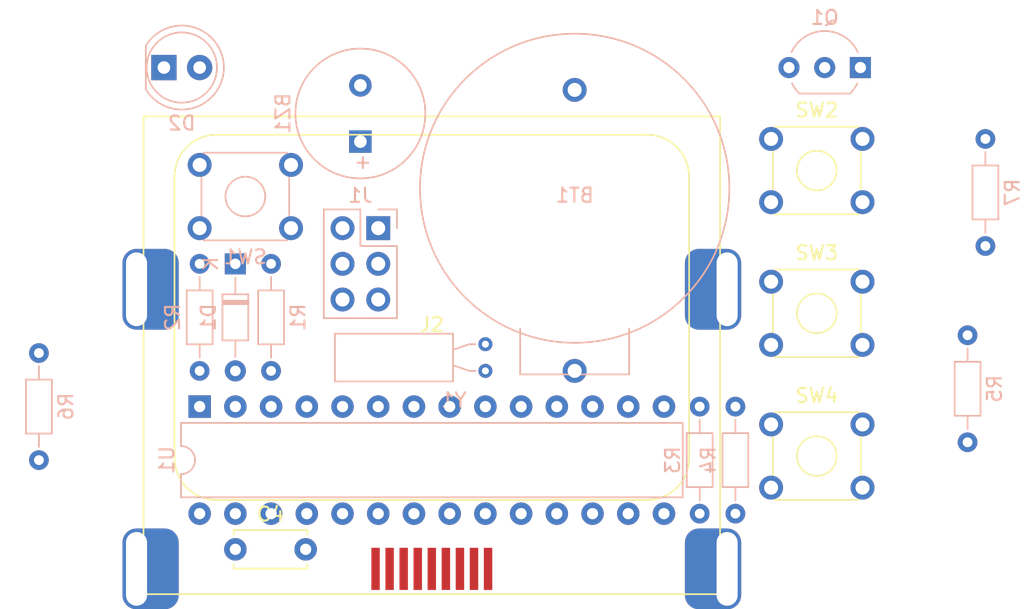
<source format=kicad_pcb>
(kicad_pcb (version 20171130) (host pcbnew "(5.1.10)-1")

  (general
    (thickness 1.6)
    (drawings 0)
    (tracks 0)
    (zones 0)
    (modules 21)
    (nets 48)
  )

  (page A4)
  (layers
    (0 F.Cu signal)
    (31 B.Cu signal)
    (32 B.Adhes user)
    (33 F.Adhes user)
    (34 B.Paste user)
    (35 F.Paste user)
    (36 B.SilkS user)
    (37 F.SilkS user)
    (38 B.Mask user)
    (39 F.Mask user)
    (40 Dwgs.User user)
    (41 Cmts.User user)
    (42 Eco1.User user)
    (43 Eco2.User user)
    (44 Edge.Cuts user)
    (45 Margin user)
    (46 B.CrtYd user)
    (47 F.CrtYd user)
    (48 B.Fab user)
    (49 F.Fab user)
  )

  (setup
    (last_trace_width 0.25)
    (trace_clearance 0.2)
    (zone_clearance 0.508)
    (zone_45_only no)
    (trace_min 0.2)
    (via_size 0.8)
    (via_drill 0.4)
    (via_min_size 0.4)
    (via_min_drill 0.3)
    (uvia_size 0.3)
    (uvia_drill 0.1)
    (uvias_allowed no)
    (uvia_min_size 0.2)
    (uvia_min_drill 0.1)
    (edge_width 0.05)
    (segment_width 0.2)
    (pcb_text_width 0.3)
    (pcb_text_size 1.5 1.5)
    (mod_edge_width 0.12)
    (mod_text_size 1 1)
    (mod_text_width 0.15)
    (pad_size 1.524 1.524)
    (pad_drill 0.762)
    (pad_to_mask_clearance 0)
    (aux_axis_origin 0 0)
    (visible_elements 7FFFFFFF)
    (pcbplotparams
      (layerselection 0x010fc_ffffffff)
      (usegerberextensions false)
      (usegerberattributes true)
      (usegerberadvancedattributes true)
      (creategerberjobfile true)
      (excludeedgelayer true)
      (linewidth 0.100000)
      (plotframeref false)
      (viasonmask false)
      (mode 1)
      (useauxorigin false)
      (hpglpennumber 1)
      (hpglpenspeed 20)
      (hpglpendiameter 15.000000)
      (psnegative false)
      (psa4output false)
      (plotreference true)
      (plotvalue true)
      (plotinvisibletext false)
      (padsonsilk false)
      (subtractmaskfromsilk false)
      (outputformat 1)
      (mirror false)
      (drillshape 1)
      (scaleselection 1)
      (outputdirectory ""))
  )

  (net 0 "")
  (net 1 "Net-(U1-Pad28)")
  (net 2 "Net-(U1-Pad27)")
  (net 3 "Net-(U1-Pad26)")
  (net 4 "Net-(U1-Pad25)")
  (net 5 "Net-(U1-Pad24)")
  (net 6 "Net-(U1-Pad23)")
  (net 7 "Net-(U1-Pad21)")
  (net 8 "Net-(U1-Pad16)")
  (net 9 "Net-(U1-Pad15)")
  (net 10 "Net-(U1-Pad14)")
  (net 11 "Net-(U1-Pad13)")
  (net 12 "Net-(U1-Pad12)")
  (net 13 "Net-(U1-Pad11)")
  (net 14 "Net-(U1-Pad4)")
  (net 15 "Net-(U1-Pad2)")
  (net 16 "Net-(J1-Pad3)")
  (net 17 "Net-(J1-Pad2)")
  (net 18 "Net-(J1-Pad4)")
  (net 19 "Net-(U1-Pad5)")
  (net 20 "Net-(Q1-Pad1)")
  (net 21 "Net-(Q1-Pad3)")
  (net 22 "Net-(Q1-Pad2)")
  (net 23 "Net-(D2-Pad2)")
  (net 24 "Net-(D2-Pad1)")
  (net 25 GND)
  (net 26 RESET)
  (net 27 MISO)
  (net 28 VCC)
  (net 29 LCDRESET)
  (net 30 "Net-(C4-Pad1)")
  (net 31 LCDCLK)
  (net 32 LCDMOSI)
  (net 33 LCDDATACOMMAND)
  (net 34 "Net-(R2-Pad1)")
  (net 35 "Net-(SW2-Pad1)")
  (net 36 "Net-(SW2-Pad2)")
  (net 37 XTAL2)
  (net 38 XTAL1)
  (net 39 "Net-(SW3-Pad1)")
  (net 40 "Net-(SW3-Pad2)")
  (net 41 "Net-(SW4-Pad1)")
  (net 42 "Net-(SW4-Pad2)")
  (net 43 "Net-(BZ1-Pad2)")
  (net 44 "Net-(BZ1-Pad1)")
  (net 45 "Net-(R7-Pad2)")
  (net 46 SCK)
  (net 47 MOSI)

  (net_class Default "This is the default net class."
    (clearance 0.2)
    (trace_width 0.25)
    (via_dia 0.8)
    (via_drill 0.4)
    (uvia_dia 0.3)
    (uvia_drill 0.1)
    (add_net GND)
    (add_net LCDCLK)
    (add_net LCDDATACOMMAND)
    (add_net LCDMOSI)
    (add_net LCDRESET)
    (add_net MISO)
    (add_net MOSI)
    (add_net "Net-(BZ1-Pad1)")
    (add_net "Net-(BZ1-Pad2)")
    (add_net "Net-(C4-Pad1)")
    (add_net "Net-(D2-Pad1)")
    (add_net "Net-(D2-Pad2)")
    (add_net "Net-(J1-Pad2)")
    (add_net "Net-(J1-Pad3)")
    (add_net "Net-(J1-Pad4)")
    (add_net "Net-(Q1-Pad1)")
    (add_net "Net-(Q1-Pad2)")
    (add_net "Net-(Q1-Pad3)")
    (add_net "Net-(R2-Pad1)")
    (add_net "Net-(R7-Pad2)")
    (add_net "Net-(SW2-Pad1)")
    (add_net "Net-(SW2-Pad2)")
    (add_net "Net-(SW3-Pad1)")
    (add_net "Net-(SW3-Pad2)")
    (add_net "Net-(SW4-Pad1)")
    (add_net "Net-(SW4-Pad2)")
    (add_net "Net-(U1-Pad11)")
    (add_net "Net-(U1-Pad12)")
    (add_net "Net-(U1-Pad13)")
    (add_net "Net-(U1-Pad14)")
    (add_net "Net-(U1-Pad15)")
    (add_net "Net-(U1-Pad16)")
    (add_net "Net-(U1-Pad2)")
    (add_net "Net-(U1-Pad21)")
    (add_net "Net-(U1-Pad23)")
    (add_net "Net-(U1-Pad24)")
    (add_net "Net-(U1-Pad25)")
    (add_net "Net-(U1-Pad26)")
    (add_net "Net-(U1-Pad27)")
    (add_net "Net-(U1-Pad28)")
    (add_net "Net-(U1-Pad4)")
    (add_net "Net-(U1-Pad5)")
    (add_net RESET)
    (add_net SCK)
    (add_net VCC)
    (add_net XTAL1)
    (add_net XTAL2)
  )

  (module Crystal:Crystal_C38-LF_D3.0mm_L8.0mm_Horizontal (layer B.Cu) (tedit 5A0FD1B2) (tstamp 61D0454A)
    (at 71.12 81.28 90)
    (descr "Crystal THT C38-LF 8.0mm length 3.0mm diameter")
    (tags ['C38-LF'])
    (path /61D17974)
    (fp_text reference Y1 (at -2.07 -2.25 180) (layer B.SilkS)
      (effects (font (size 1 1) (thickness 0.15)) (justify mirror))
    )
    (fp_text value 32.768kHz (at 3.97 -2.25 180) (layer B.Fab)
      (effects (font (size 1 1) (thickness 0.15)) (justify mirror))
    )
    (fp_text user %R (at 1.25 -6.5 180) (layer B.Fab)
      (effects (font (size 0.7 0.7) (thickness 0.105)) (justify mirror))
    )
    (fp_line (start -0.55 -2.5) (end -0.55 -10.5) (layer B.Fab) (width 0.1))
    (fp_line (start -0.55 -10.5) (end 2.45 -10.5) (layer B.Fab) (width 0.1))
    (fp_line (start 2.45 -10.5) (end 2.45 -2.5) (layer B.Fab) (width 0.1))
    (fp_line (start 2.45 -2.5) (end -0.55 -2.5) (layer B.Fab) (width 0.1))
    (fp_line (start 0.405 -2.5) (end 0 -1.25) (layer B.Fab) (width 0.1))
    (fp_line (start 0 -1.25) (end 0 0) (layer B.Fab) (width 0.1))
    (fp_line (start 1.495 -2.5) (end 1.9 -1.25) (layer B.Fab) (width 0.1))
    (fp_line (start 1.9 -1.25) (end 1.9 0) (layer B.Fab) (width 0.1))
    (fp_line (start -0.75 -2.3) (end -0.75 -10.7) (layer B.SilkS) (width 0.12))
    (fp_line (start -0.75 -10.7) (end 2.65 -10.7) (layer B.SilkS) (width 0.12))
    (fp_line (start 2.65 -10.7) (end 2.65 -2.3) (layer B.SilkS) (width 0.12))
    (fp_line (start 2.65 -2.3) (end -0.75 -2.3) (layer B.SilkS) (width 0.12))
    (fp_line (start 0.405 -2.3) (end 0 -1.15) (layer B.SilkS) (width 0.12))
    (fp_line (start 0 -1.15) (end 0 -0.7) (layer B.SilkS) (width 0.12))
    (fp_line (start 1.495 -2.3) (end 1.9 -1.15) (layer B.SilkS) (width 0.12))
    (fp_line (start 1.9 -1.15) (end 1.9 -0.7) (layer B.SilkS) (width 0.12))
    (fp_line (start -1.3 0.8) (end -1.3 -11.3) (layer B.CrtYd) (width 0.05))
    (fp_line (start -1.3 -11.3) (end 3.2 -11.3) (layer B.CrtYd) (width 0.05))
    (fp_line (start 3.2 -11.3) (end 3.2 0.8) (layer B.CrtYd) (width 0.05))
    (fp_line (start 3.2 0.8) (end -1.3 0.8) (layer B.CrtYd) (width 0.05))
    (pad 2 thru_hole circle (at 1.9 0 90) (size 1 1) (drill 0.5) (layers *.Cu *.Mask)
      (net 37 XTAL2))
    (pad 1 thru_hole circle (at 0 0 90) (size 1 1) (drill 0.5) (layers *.Cu *.Mask)
      (net 38 XTAL1))
    (model ${KISYS3DMOD}/Crystal.3dshapes/Crystal_C38-LF_D3.0mm_L8.0mm_Horizontal.wrl
      (at (xyz 0 0 0))
      (scale (xyz 1 1 1))
      (rotate (xyz 0 0 0))
    )
  )

  (module Package_DIP:DIP-28_W7.62mm (layer B.Cu) (tedit 5A02E8C5) (tstamp 61D0452F)
    (at 50.8 83.82 270)
    (descr "28-lead though-hole mounted DIP package, row spacing 7.62 mm (300 mils)")
    (tags "THT DIP DIL PDIP 2.54mm 7.62mm 300mil")
    (path /61C9CE3A)
    (fp_text reference U1 (at 3.81 2.33 90) (layer B.SilkS)
      (effects (font (size 1 1) (thickness 0.15)) (justify mirror))
    )
    (fp_text value ATmega328P-PU (at 3.81 -35.35 90) (layer B.Fab)
      (effects (font (size 1 1) (thickness 0.15)) (justify mirror))
    )
    (fp_text user %R (at 3.81 -16.51 90) (layer B.Fab)
      (effects (font (size 1 1) (thickness 0.15)) (justify mirror))
    )
    (fp_arc (start 3.81 1.33) (end 2.81 1.33) (angle 180) (layer B.SilkS) (width 0.12))
    (fp_line (start 1.635 1.27) (end 6.985 1.27) (layer B.Fab) (width 0.1))
    (fp_line (start 6.985 1.27) (end 6.985 -34.29) (layer B.Fab) (width 0.1))
    (fp_line (start 6.985 -34.29) (end 0.635 -34.29) (layer B.Fab) (width 0.1))
    (fp_line (start 0.635 -34.29) (end 0.635 0.27) (layer B.Fab) (width 0.1))
    (fp_line (start 0.635 0.27) (end 1.635 1.27) (layer B.Fab) (width 0.1))
    (fp_line (start 2.81 1.33) (end 1.16 1.33) (layer B.SilkS) (width 0.12))
    (fp_line (start 1.16 1.33) (end 1.16 -34.35) (layer B.SilkS) (width 0.12))
    (fp_line (start 1.16 -34.35) (end 6.46 -34.35) (layer B.SilkS) (width 0.12))
    (fp_line (start 6.46 -34.35) (end 6.46 1.33) (layer B.SilkS) (width 0.12))
    (fp_line (start 6.46 1.33) (end 4.81 1.33) (layer B.SilkS) (width 0.12))
    (fp_line (start -1.1 1.55) (end -1.1 -34.55) (layer B.CrtYd) (width 0.05))
    (fp_line (start -1.1 -34.55) (end 8.7 -34.55) (layer B.CrtYd) (width 0.05))
    (fp_line (start 8.7 -34.55) (end 8.7 1.55) (layer B.CrtYd) (width 0.05))
    (fp_line (start 8.7 1.55) (end -1.1 1.55) (layer B.CrtYd) (width 0.05))
    (pad 28 thru_hole oval (at 7.62 0 270) (size 1.6 1.6) (drill 0.8) (layers *.Cu *.Mask)
      (net 1 "Net-(U1-Pad28)"))
    (pad 14 thru_hole oval (at 0 -33.02 270) (size 1.6 1.6) (drill 0.8) (layers *.Cu *.Mask)
      (net 10 "Net-(U1-Pad14)"))
    (pad 27 thru_hole oval (at 7.62 -2.54 270) (size 1.6 1.6) (drill 0.8) (layers *.Cu *.Mask)
      (net 2 "Net-(U1-Pad27)"))
    (pad 13 thru_hole oval (at 0 -30.48 270) (size 1.6 1.6) (drill 0.8) (layers *.Cu *.Mask)
      (net 11 "Net-(U1-Pad13)"))
    (pad 26 thru_hole oval (at 7.62 -5.08 270) (size 1.6 1.6) (drill 0.8) (layers *.Cu *.Mask)
      (net 3 "Net-(U1-Pad26)"))
    (pad 12 thru_hole oval (at 0 -27.94 270) (size 1.6 1.6) (drill 0.8) (layers *.Cu *.Mask)
      (net 12 "Net-(U1-Pad12)"))
    (pad 25 thru_hole oval (at 7.62 -7.62 270) (size 1.6 1.6) (drill 0.8) (layers *.Cu *.Mask)
      (net 4 "Net-(U1-Pad25)"))
    (pad 11 thru_hole oval (at 0 -25.4 270) (size 1.6 1.6) (drill 0.8) (layers *.Cu *.Mask)
      (net 13 "Net-(U1-Pad11)"))
    (pad 24 thru_hole oval (at 7.62 -10.16 270) (size 1.6 1.6) (drill 0.8) (layers *.Cu *.Mask)
      (net 5 "Net-(U1-Pad24)"))
    (pad 10 thru_hole oval (at 0 -22.86 270) (size 1.6 1.6) (drill 0.8) (layers *.Cu *.Mask)
      (net 37 XTAL2))
    (pad 23 thru_hole oval (at 7.62 -12.7 270) (size 1.6 1.6) (drill 0.8) (layers *.Cu *.Mask)
      (net 6 "Net-(U1-Pad23)"))
    (pad 9 thru_hole oval (at 0 -20.32 270) (size 1.6 1.6) (drill 0.8) (layers *.Cu *.Mask)
      (net 38 XTAL1))
    (pad 22 thru_hole oval (at 7.62 -15.24 270) (size 1.6 1.6) (drill 0.8) (layers *.Cu *.Mask)
      (net 25 GND))
    (pad 8 thru_hole oval (at 0 -17.78 270) (size 1.6 1.6) (drill 0.8) (layers *.Cu *.Mask)
      (net 25 GND))
    (pad 21 thru_hole oval (at 7.62 -17.78 270) (size 1.6 1.6) (drill 0.8) (layers *.Cu *.Mask)
      (net 7 "Net-(U1-Pad21)"))
    (pad 7 thru_hole oval (at 0 -15.24 270) (size 1.6 1.6) (drill 0.8) (layers *.Cu *.Mask)
      (net 28 VCC))
    (pad 20 thru_hole oval (at 7.62 -20.32 270) (size 1.6 1.6) (drill 0.8) (layers *.Cu *.Mask)
      (net 28 VCC))
    (pad 6 thru_hole oval (at 0 -12.7 270) (size 1.6 1.6) (drill 0.8) (layers *.Cu *.Mask)
      (net 31 LCDCLK))
    (pad 19 thru_hole oval (at 7.62 -22.86 270) (size 1.6 1.6) (drill 0.8) (layers *.Cu *.Mask)
      (net 46 SCK))
    (pad 5 thru_hole oval (at 0 -10.16 270) (size 1.6 1.6) (drill 0.8) (layers *.Cu *.Mask)
      (net 19 "Net-(U1-Pad5)"))
    (pad 18 thru_hole oval (at 7.62 -25.4 270) (size 1.6 1.6) (drill 0.8) (layers *.Cu *.Mask)
      (net 27 MISO))
    (pad 4 thru_hole oval (at 0 -7.62 270) (size 1.6 1.6) (drill 0.8) (layers *.Cu *.Mask)
      (net 14 "Net-(U1-Pad4)"))
    (pad 17 thru_hole oval (at 7.62 -27.94 270) (size 1.6 1.6) (drill 0.8) (layers *.Cu *.Mask)
      (net 47 MOSI))
    (pad 3 thru_hole oval (at 0 -5.08 270) (size 1.6 1.6) (drill 0.8) (layers *.Cu *.Mask)
      (net 32 LCDMOSI))
    (pad 16 thru_hole oval (at 7.62 -30.48 270) (size 1.6 1.6) (drill 0.8) (layers *.Cu *.Mask)
      (net 8 "Net-(U1-Pad16)"))
    (pad 2 thru_hole oval (at 0 -2.54 270) (size 1.6 1.6) (drill 0.8) (layers *.Cu *.Mask)
      (net 15 "Net-(U1-Pad2)"))
    (pad 15 thru_hole oval (at 7.62 -33.02 270) (size 1.6 1.6) (drill 0.8) (layers *.Cu *.Mask)
      (net 9 "Net-(U1-Pad15)"))
    (pad 1 thru_hole rect (at 0 0 270) (size 1.6 1.6) (drill 0.8) (layers *.Cu *.Mask)
      (net 26 RESET))
    (model ${KISYS3DMOD}/Package_DIP.3dshapes/DIP-28_W7.62mm.wrl
      (at (xyz 0 0 0))
      (scale (xyz 1 1 1))
      (rotate (xyz 0 0 0))
    )
  )

  (module Button_Switch_THT:SW_TH_Tactile_Omron_B3F-10xx (layer F.Cu) (tedit 5D84F0EF) (tstamp 61D044FF)
    (at 91.44 85.09)
    (descr SW_TH_Tactile_Omron_B3F-10xx_https://www.omron.com/ecb/products/pdf/en-b3f.pdf)
    (tags "Omron B3F-10xx")
    (path /61D38A0A)
    (fp_text reference SW4 (at 3.25 -2.05) (layer F.SilkS)
      (effects (font (size 1 1) (thickness 0.15)))
    )
    (fp_text value C (at 3.2 6.5) (layer F.Fab)
      (effects (font (size 1 1) (thickness 0.15)))
    )
    (fp_text user %R (at 3.25 2.25) (layer F.Fab)
      (effects (font (size 1 1) (thickness 0.15)))
    )
    (fp_line (start 0.25 -0.75) (end 0.25 5.25) (layer F.Fab) (width 0.1))
    (fp_line (start 6.25 -0.75) (end 6.25 5.25) (layer F.Fab) (width 0.1))
    (fp_line (start 0.25 -0.75) (end 6.25 -0.75) (layer F.Fab) (width 0.1))
    (fp_line (start 7.6 5.6) (end 7.6 -1.1) (layer F.CrtYd) (width 0.05))
    (fp_line (start -1.1 5.6) (end 7.6 5.6) (layer F.CrtYd) (width 0.05))
    (fp_line (start -1.1 -1.1) (end -1.1 5.6) (layer F.CrtYd) (width 0.05))
    (fp_circle (center 3.25 2.25) (end 4.25 3.25) (layer F.SilkS) (width 0.12))
    (fp_line (start 0.28 5.37) (end 6.22 5.37) (layer F.SilkS) (width 0.12))
    (fp_line (start 0.28 -0.87) (end 6.22 -0.87) (layer F.SilkS) (width 0.12))
    (fp_line (start 0.13 3.59) (end 0.13 0.91) (layer F.SilkS) (width 0.12))
    (fp_line (start 6.37 0.91) (end 6.37 3.59) (layer F.SilkS) (width 0.12))
    (fp_line (start 0.25 5.25) (end 6.25 5.25) (layer F.Fab) (width 0.1))
    (fp_line (start -1.1 -1.1) (end 7.6 -1.1) (layer F.CrtYd) (width 0.05))
    (pad 1 thru_hole circle (at 0 0) (size 1.7 1.7) (drill 1) (layers *.Cu *.Mask)
      (net 41 "Net-(SW4-Pad1)"))
    (pad 2 thru_hole circle (at 6.5 0) (size 1.7 1.7) (drill 1) (layers *.Cu *.Mask)
      (net 42 "Net-(SW4-Pad2)"))
    (pad 3 thru_hole circle (at 0 4.5) (size 1.7 1.7) (drill 1) (layers *.Cu *.Mask))
    (pad 4 thru_hole circle (at 6.5 4.5) (size 1.7 1.7) (drill 1) (layers *.Cu *.Mask))
    (model ${KISYS3DMOD}/Button_Switch_THT.3dshapes/SW_TH_Tactile_Omron_B3F-10xx.wrl
      (at (xyz 0 0 0))
      (scale (xyz 1 1 1))
      (rotate (xyz 0 0 0))
    )
  )

  (module Button_Switch_THT:SW_TH_Tactile_Omron_B3F-10xx (layer F.Cu) (tedit 5D84F0EF) (tstamp 61D044E9)
    (at 91.44 74.93)
    (descr SW_TH_Tactile_Omron_B3F-10xx_https://www.omron.com/ecb/products/pdf/en-b3f.pdf)
    (tags "Omron B3F-10xx")
    (path /61D385F8)
    (fp_text reference SW3 (at 3.25 -2.05) (layer F.SilkS)
      (effects (font (size 1 1) (thickness 0.15)))
    )
    (fp_text value B (at 3.2 6.5) (layer F.Fab)
      (effects (font (size 1 1) (thickness 0.15)))
    )
    (fp_text user %R (at 3.25 2.25) (layer F.Fab)
      (effects (font (size 1 1) (thickness 0.15)))
    )
    (fp_line (start 0.25 -0.75) (end 0.25 5.25) (layer F.Fab) (width 0.1))
    (fp_line (start 6.25 -0.75) (end 6.25 5.25) (layer F.Fab) (width 0.1))
    (fp_line (start 0.25 -0.75) (end 6.25 -0.75) (layer F.Fab) (width 0.1))
    (fp_line (start 7.6 5.6) (end 7.6 -1.1) (layer F.CrtYd) (width 0.05))
    (fp_line (start -1.1 5.6) (end 7.6 5.6) (layer F.CrtYd) (width 0.05))
    (fp_line (start -1.1 -1.1) (end -1.1 5.6) (layer F.CrtYd) (width 0.05))
    (fp_circle (center 3.25 2.25) (end 4.25 3.25) (layer F.SilkS) (width 0.12))
    (fp_line (start 0.28 5.37) (end 6.22 5.37) (layer F.SilkS) (width 0.12))
    (fp_line (start 0.28 -0.87) (end 6.22 -0.87) (layer F.SilkS) (width 0.12))
    (fp_line (start 0.13 3.59) (end 0.13 0.91) (layer F.SilkS) (width 0.12))
    (fp_line (start 6.37 0.91) (end 6.37 3.59) (layer F.SilkS) (width 0.12))
    (fp_line (start 0.25 5.25) (end 6.25 5.25) (layer F.Fab) (width 0.1))
    (fp_line (start -1.1 -1.1) (end 7.6 -1.1) (layer F.CrtYd) (width 0.05))
    (pad 1 thru_hole circle (at 0 0) (size 1.7 1.7) (drill 1) (layers *.Cu *.Mask)
      (net 39 "Net-(SW3-Pad1)"))
    (pad 2 thru_hole circle (at 6.5 0) (size 1.7 1.7) (drill 1) (layers *.Cu *.Mask)
      (net 40 "Net-(SW3-Pad2)"))
    (pad 3 thru_hole circle (at 0 4.5) (size 1.7 1.7) (drill 1) (layers *.Cu *.Mask))
    (pad 4 thru_hole circle (at 6.5 4.5) (size 1.7 1.7) (drill 1) (layers *.Cu *.Mask))
    (model ${KISYS3DMOD}/Button_Switch_THT.3dshapes/SW_TH_Tactile_Omron_B3F-10xx.wrl
      (at (xyz 0 0 0))
      (scale (xyz 1 1 1))
      (rotate (xyz 0 0 0))
    )
  )

  (module Button_Switch_THT:SW_TH_Tactile_Omron_B3F-10xx (layer F.Cu) (tedit 5D84F0EF) (tstamp 61D044D3)
    (at 91.44 64.77)
    (descr SW_TH_Tactile_Omron_B3F-10xx_https://www.omron.com/ecb/products/pdf/en-b3f.pdf)
    (tags "Omron B3F-10xx")
    (path /61CFD685)
    (fp_text reference SW2 (at 3.25 -2.05) (layer F.SilkS)
      (effects (font (size 1 1) (thickness 0.15)))
    )
    (fp_text value A (at 3.2 6.5) (layer F.Fab)
      (effects (font (size 1 1) (thickness 0.15)))
    )
    (fp_text user %R (at 3.25 2.25) (layer F.Fab)
      (effects (font (size 1 1) (thickness 0.15)))
    )
    (fp_line (start 0.25 -0.75) (end 0.25 5.25) (layer F.Fab) (width 0.1))
    (fp_line (start 6.25 -0.75) (end 6.25 5.25) (layer F.Fab) (width 0.1))
    (fp_line (start 0.25 -0.75) (end 6.25 -0.75) (layer F.Fab) (width 0.1))
    (fp_line (start 7.6 5.6) (end 7.6 -1.1) (layer F.CrtYd) (width 0.05))
    (fp_line (start -1.1 5.6) (end 7.6 5.6) (layer F.CrtYd) (width 0.05))
    (fp_line (start -1.1 -1.1) (end -1.1 5.6) (layer F.CrtYd) (width 0.05))
    (fp_circle (center 3.25 2.25) (end 4.25 3.25) (layer F.SilkS) (width 0.12))
    (fp_line (start 0.28 5.37) (end 6.22 5.37) (layer F.SilkS) (width 0.12))
    (fp_line (start 0.28 -0.87) (end 6.22 -0.87) (layer F.SilkS) (width 0.12))
    (fp_line (start 0.13 3.59) (end 0.13 0.91) (layer F.SilkS) (width 0.12))
    (fp_line (start 6.37 0.91) (end 6.37 3.59) (layer F.SilkS) (width 0.12))
    (fp_line (start 0.25 5.25) (end 6.25 5.25) (layer F.Fab) (width 0.1))
    (fp_line (start -1.1 -1.1) (end 7.6 -1.1) (layer F.CrtYd) (width 0.05))
    (pad 1 thru_hole circle (at 0 0) (size 1.7 1.7) (drill 1) (layers *.Cu *.Mask)
      (net 35 "Net-(SW2-Pad1)"))
    (pad 2 thru_hole circle (at 6.5 0) (size 1.7 1.7) (drill 1) (layers *.Cu *.Mask)
      (net 36 "Net-(SW2-Pad2)"))
    (pad 3 thru_hole circle (at 0 4.5) (size 1.7 1.7) (drill 1) (layers *.Cu *.Mask))
    (pad 4 thru_hole circle (at 6.5 4.5) (size 1.7 1.7) (drill 1) (layers *.Cu *.Mask))
    (model ${KISYS3DMOD}/Button_Switch_THT.3dshapes/SW_TH_Tactile_Omron_B3F-10xx.wrl
      (at (xyz 0 0 0))
      (scale (xyz 1 1 1))
      (rotate (xyz 0 0 0))
    )
  )

  (module Button_Switch_THT:SW_TH_Tactile_Omron_B3F-10xx (layer B.Cu) (tedit 5D84F0EF) (tstamp 61D044BD)
    (at 50.8 71.12)
    (descr SW_TH_Tactile_Omron_B3F-10xx_https://www.omron.com/ecb/products/pdf/en-b3f.pdf)
    (tags "Omron B3F-10xx")
    (path /61D00CAA)
    (fp_text reference SW1 (at 3.25 2.05 180) (layer B.SilkS)
      (effects (font (size 1 1) (thickness 0.15)) (justify mirror))
    )
    (fp_text value RESET (at 3.2 -6.5 180) (layer B.Fab)
      (effects (font (size 1 1) (thickness 0.15)) (justify mirror))
    )
    (fp_text user %R (at 3.25 -2.25 180) (layer B.Fab)
      (effects (font (size 1 1) (thickness 0.15)) (justify mirror))
    )
    (fp_line (start 0.25 0.75) (end 0.25 -5.25) (layer B.Fab) (width 0.1))
    (fp_line (start 6.25 0.75) (end 6.25 -5.25) (layer B.Fab) (width 0.1))
    (fp_line (start 0.25 0.75) (end 6.25 0.75) (layer B.Fab) (width 0.1))
    (fp_line (start 7.6 -5.6) (end 7.6 1.1) (layer B.CrtYd) (width 0.05))
    (fp_line (start -1.1 -5.6) (end 7.6 -5.6) (layer B.CrtYd) (width 0.05))
    (fp_line (start -1.1 1.1) (end -1.1 -5.6) (layer B.CrtYd) (width 0.05))
    (fp_circle (center 3.25 -2.25) (end 4.25 -3.25) (layer B.SilkS) (width 0.12))
    (fp_line (start 0.28 -5.37) (end 6.22 -5.37) (layer B.SilkS) (width 0.12))
    (fp_line (start 0.28 0.87) (end 6.22 0.87) (layer B.SilkS) (width 0.12))
    (fp_line (start 0.13 -3.59) (end 0.13 -0.91) (layer B.SilkS) (width 0.12))
    (fp_line (start 6.37 -0.91) (end 6.37 -3.59) (layer B.SilkS) (width 0.12))
    (fp_line (start 0.25 -5.25) (end 6.25 -5.25) (layer B.Fab) (width 0.1))
    (fp_line (start -1.1 1.1) (end 7.6 1.1) (layer B.CrtYd) (width 0.05))
    (pad 1 thru_hole circle (at 0 0) (size 1.7 1.7) (drill 1) (layers *.Cu *.Mask)
      (net 34 "Net-(R2-Pad1)"))
    (pad 2 thru_hole circle (at 6.5 0) (size 1.7 1.7) (drill 1) (layers *.Cu *.Mask)
      (net 25 GND))
    (pad 3 thru_hole circle (at 0 -4.5) (size 1.7 1.7) (drill 1) (layers *.Cu *.Mask))
    (pad 4 thru_hole circle (at 6.5 -4.5) (size 1.7 1.7) (drill 1) (layers *.Cu *.Mask))
    (model ${KISYS3DMOD}/Button_Switch_THT.3dshapes/SW_TH_Tactile_Omron_B3F-10xx.wrl
      (at (xyz 0 0 0))
      (scale (xyz 1 1 1))
      (rotate (xyz 0 0 0))
    )
  )

  (module Resistor_THT:R_Axial_DIN0204_L3.6mm_D1.6mm_P7.62mm_Horizontal (layer B.Cu) (tedit 5AE5139B) (tstamp 61D044A7)
    (at 106.68 72.39 90)
    (descr "Resistor, Axial_DIN0204 series, Axial, Horizontal, pin pitch=7.62mm, 0.167W, length*diameter=3.6*1.6mm^2, http://cdn-reichelt.de/documents/datenblatt/B400/1_4W%23YAG.pdf")
    (tags "Resistor Axial_DIN0204 series Axial Horizontal pin pitch 7.62mm 0.167W length 3.6mm diameter 1.6mm")
    (path /61D488E3)
    (fp_text reference R7 (at 3.81 1.92 90) (layer B.SilkS)
      (effects (font (size 1 1) (thickness 0.15)) (justify mirror))
    )
    (fp_text value 195R (at 3.81 -1.92 90) (layer B.Fab)
      (effects (font (size 1 1) (thickness 0.15)) (justify mirror))
    )
    (fp_text user %R (at 3.81 0 90) (layer B.Fab)
      (effects (font (size 0.72 0.72) (thickness 0.108)) (justify mirror))
    )
    (fp_line (start 2.01 0.8) (end 2.01 -0.8) (layer B.Fab) (width 0.1))
    (fp_line (start 2.01 -0.8) (end 5.61 -0.8) (layer B.Fab) (width 0.1))
    (fp_line (start 5.61 -0.8) (end 5.61 0.8) (layer B.Fab) (width 0.1))
    (fp_line (start 5.61 0.8) (end 2.01 0.8) (layer B.Fab) (width 0.1))
    (fp_line (start 0 0) (end 2.01 0) (layer B.Fab) (width 0.1))
    (fp_line (start 7.62 0) (end 5.61 0) (layer B.Fab) (width 0.1))
    (fp_line (start 1.89 0.92) (end 1.89 -0.92) (layer B.SilkS) (width 0.12))
    (fp_line (start 1.89 -0.92) (end 5.73 -0.92) (layer B.SilkS) (width 0.12))
    (fp_line (start 5.73 -0.92) (end 5.73 0.92) (layer B.SilkS) (width 0.12))
    (fp_line (start 5.73 0.92) (end 1.89 0.92) (layer B.SilkS) (width 0.12))
    (fp_line (start 0.94 0) (end 1.89 0) (layer B.SilkS) (width 0.12))
    (fp_line (start 6.68 0) (end 5.73 0) (layer B.SilkS) (width 0.12))
    (fp_line (start -0.95 1.05) (end -0.95 -1.05) (layer B.CrtYd) (width 0.05))
    (fp_line (start -0.95 -1.05) (end 8.57 -1.05) (layer B.CrtYd) (width 0.05))
    (fp_line (start 8.57 -1.05) (end 8.57 1.05) (layer B.CrtYd) (width 0.05))
    (fp_line (start 8.57 1.05) (end -0.95 1.05) (layer B.CrtYd) (width 0.05))
    (pad 2 thru_hole oval (at 7.62 0 90) (size 1.4 1.4) (drill 0.7) (layers *.Cu *.Mask)
      (net 45 "Net-(R7-Pad2)"))
    (pad 1 thru_hole circle (at 0 0 90) (size 1.4 1.4) (drill 0.7) (layers *.Cu *.Mask)
      (net 44 "Net-(BZ1-Pad1)"))
    (model ${KISYS3DMOD}/Resistor_THT.3dshapes/R_Axial_DIN0204_L3.6mm_D1.6mm_P7.62mm_Horizontal.wrl
      (at (xyz 0 0 0))
      (scale (xyz 1 1 1))
      (rotate (xyz 0 0 0))
    )
  )

  (module Resistor_THT:R_Axial_DIN0204_L3.6mm_D1.6mm_P7.62mm_Horizontal (layer B.Cu) (tedit 5AE5139B) (tstamp 61D04490)
    (at 39.37 87.63 90)
    (descr "Resistor, Axial_DIN0204 series, Axial, Horizontal, pin pitch=7.62mm, 0.167W, length*diameter=3.6*1.6mm^2, http://cdn-reichelt.de/documents/datenblatt/B400/1_4W%23YAG.pdf")
    (tags "Resistor Axial_DIN0204 series Axial Horizontal pin pitch 7.62mm 0.167W length 3.6mm diameter 1.6mm")
    (path /61D1FF64)
    (fp_text reference R6 (at 3.81 1.92 90) (layer B.SilkS)
      (effects (font (size 1 1) (thickness 0.15)) (justify mirror))
    )
    (fp_text value 20K (at 3.81 -1.92 90) (layer B.Fab)
      (effects (font (size 1 1) (thickness 0.15)) (justify mirror))
    )
    (fp_text user %R (at 3.81 0 90) (layer B.Fab)
      (effects (font (size 0.72 0.72) (thickness 0.108)) (justify mirror))
    )
    (fp_line (start 2.01 0.8) (end 2.01 -0.8) (layer B.Fab) (width 0.1))
    (fp_line (start 2.01 -0.8) (end 5.61 -0.8) (layer B.Fab) (width 0.1))
    (fp_line (start 5.61 -0.8) (end 5.61 0.8) (layer B.Fab) (width 0.1))
    (fp_line (start 5.61 0.8) (end 2.01 0.8) (layer B.Fab) (width 0.1))
    (fp_line (start 0 0) (end 2.01 0) (layer B.Fab) (width 0.1))
    (fp_line (start 7.62 0) (end 5.61 0) (layer B.Fab) (width 0.1))
    (fp_line (start 1.89 0.92) (end 1.89 -0.92) (layer B.SilkS) (width 0.12))
    (fp_line (start 1.89 -0.92) (end 5.73 -0.92) (layer B.SilkS) (width 0.12))
    (fp_line (start 5.73 -0.92) (end 5.73 0.92) (layer B.SilkS) (width 0.12))
    (fp_line (start 5.73 0.92) (end 1.89 0.92) (layer B.SilkS) (width 0.12))
    (fp_line (start 0.94 0) (end 1.89 0) (layer B.SilkS) (width 0.12))
    (fp_line (start 6.68 0) (end 5.73 0) (layer B.SilkS) (width 0.12))
    (fp_line (start -0.95 1.05) (end -0.95 -1.05) (layer B.CrtYd) (width 0.05))
    (fp_line (start -0.95 -1.05) (end 8.57 -1.05) (layer B.CrtYd) (width 0.05))
    (fp_line (start 8.57 -1.05) (end 8.57 1.05) (layer B.CrtYd) (width 0.05))
    (fp_line (start 8.57 1.05) (end -0.95 1.05) (layer B.CrtYd) (width 0.05))
    (pad 2 thru_hole oval (at 7.62 0 90) (size 1.4 1.4) (drill 0.7) (layers *.Cu *.Mask)
      (net 25 GND))
    (pad 1 thru_hole circle (at 0 0 90) (size 1.4 1.4) (drill 0.7) (layers *.Cu *.Mask)
      (net 47 MOSI))
    (model ${KISYS3DMOD}/Resistor_THT.3dshapes/R_Axial_DIN0204_L3.6mm_D1.6mm_P7.62mm_Horizontal.wrl
      (at (xyz 0 0 0))
      (scale (xyz 1 1 1))
      (rotate (xyz 0 0 0))
    )
  )

  (module Resistor_THT:R_Axial_DIN0204_L3.6mm_D1.6mm_P7.62mm_Horizontal (layer B.Cu) (tedit 5AE5139B) (tstamp 61D04479)
    (at 105.41 86.36 90)
    (descr "Resistor, Axial_DIN0204 series, Axial, Horizontal, pin pitch=7.62mm, 0.167W, length*diameter=3.6*1.6mm^2, http://cdn-reichelt.de/documents/datenblatt/B400/1_4W%23YAG.pdf")
    (tags "Resistor Axial_DIN0204 series Axial Horizontal pin pitch 7.62mm 0.167W length 3.6mm diameter 1.6mm")
    (path /61D1E12F)
    (fp_text reference R5 (at 3.81 1.92 90) (layer B.SilkS)
      (effects (font (size 1 1) (thickness 0.15)) (justify mirror))
    )
    (fp_text value 10K (at 3.81 -1.92 90) (layer B.Fab)
      (effects (font (size 1 1) (thickness 0.15)) (justify mirror))
    )
    (fp_text user %R (at 3.81 0 90) (layer B.Fab)
      (effects (font (size 0.72 0.72) (thickness 0.108)) (justify mirror))
    )
    (fp_line (start 2.01 0.8) (end 2.01 -0.8) (layer B.Fab) (width 0.1))
    (fp_line (start 2.01 -0.8) (end 5.61 -0.8) (layer B.Fab) (width 0.1))
    (fp_line (start 5.61 -0.8) (end 5.61 0.8) (layer B.Fab) (width 0.1))
    (fp_line (start 5.61 0.8) (end 2.01 0.8) (layer B.Fab) (width 0.1))
    (fp_line (start 0 0) (end 2.01 0) (layer B.Fab) (width 0.1))
    (fp_line (start 7.62 0) (end 5.61 0) (layer B.Fab) (width 0.1))
    (fp_line (start 1.89 0.92) (end 1.89 -0.92) (layer B.SilkS) (width 0.12))
    (fp_line (start 1.89 -0.92) (end 5.73 -0.92) (layer B.SilkS) (width 0.12))
    (fp_line (start 5.73 -0.92) (end 5.73 0.92) (layer B.SilkS) (width 0.12))
    (fp_line (start 5.73 0.92) (end 1.89 0.92) (layer B.SilkS) (width 0.12))
    (fp_line (start 0.94 0) (end 1.89 0) (layer B.SilkS) (width 0.12))
    (fp_line (start 6.68 0) (end 5.73 0) (layer B.SilkS) (width 0.12))
    (fp_line (start -0.95 1.05) (end -0.95 -1.05) (layer B.CrtYd) (width 0.05))
    (fp_line (start -0.95 -1.05) (end 8.57 -1.05) (layer B.CrtYd) (width 0.05))
    (fp_line (start 8.57 -1.05) (end 8.57 1.05) (layer B.CrtYd) (width 0.05))
    (fp_line (start 8.57 1.05) (end -0.95 1.05) (layer B.CrtYd) (width 0.05))
    (pad 2 thru_hole oval (at 7.62 0 90) (size 1.4 1.4) (drill 0.7) (layers *.Cu *.Mask)
      (net 18 "Net-(J1-Pad4)"))
    (pad 1 thru_hole circle (at 0 0 90) (size 1.4 1.4) (drill 0.7) (layers *.Cu *.Mask)
      (net 47 MOSI))
    (model ${KISYS3DMOD}/Resistor_THT.3dshapes/R_Axial_DIN0204_L3.6mm_D1.6mm_P7.62mm_Horizontal.wrl
      (at (xyz 0 0 0))
      (scale (xyz 1 1 1))
      (rotate (xyz 0 0 0))
    )
  )

  (module Resistor_THT:R_Axial_DIN0204_L3.6mm_D1.6mm_P7.62mm_Horizontal (layer B.Cu) (tedit 5AE5139B) (tstamp 61D04462)
    (at 88.9 83.82 270)
    (descr "Resistor, Axial_DIN0204 series, Axial, Horizontal, pin pitch=7.62mm, 0.167W, length*diameter=3.6*1.6mm^2, http://cdn-reichelt.de/documents/datenblatt/B400/1_4W%23YAG.pdf")
    (tags "Resistor Axial_DIN0204 series Axial Horizontal pin pitch 7.62mm 0.167W length 3.6mm diameter 1.6mm")
    (path /61D1F73B)
    (fp_text reference R4 (at 3.81 1.92 90) (layer B.SilkS)
      (effects (font (size 1 1) (thickness 0.15)) (justify mirror))
    )
    (fp_text value 10K (at 3.81 -1.92 90) (layer B.Fab)
      (effects (font (size 1 1) (thickness 0.15)) (justify mirror))
    )
    (fp_text user %R (at 3.81 0 90) (layer B.Fab)
      (effects (font (size 0.72 0.72) (thickness 0.108)) (justify mirror))
    )
    (fp_line (start 2.01 0.8) (end 2.01 -0.8) (layer B.Fab) (width 0.1))
    (fp_line (start 2.01 -0.8) (end 5.61 -0.8) (layer B.Fab) (width 0.1))
    (fp_line (start 5.61 -0.8) (end 5.61 0.8) (layer B.Fab) (width 0.1))
    (fp_line (start 5.61 0.8) (end 2.01 0.8) (layer B.Fab) (width 0.1))
    (fp_line (start 0 0) (end 2.01 0) (layer B.Fab) (width 0.1))
    (fp_line (start 7.62 0) (end 5.61 0) (layer B.Fab) (width 0.1))
    (fp_line (start 1.89 0.92) (end 1.89 -0.92) (layer B.SilkS) (width 0.12))
    (fp_line (start 1.89 -0.92) (end 5.73 -0.92) (layer B.SilkS) (width 0.12))
    (fp_line (start 5.73 -0.92) (end 5.73 0.92) (layer B.SilkS) (width 0.12))
    (fp_line (start 5.73 0.92) (end 1.89 0.92) (layer B.SilkS) (width 0.12))
    (fp_line (start 0.94 0) (end 1.89 0) (layer B.SilkS) (width 0.12))
    (fp_line (start 6.68 0) (end 5.73 0) (layer B.SilkS) (width 0.12))
    (fp_line (start -0.95 1.05) (end -0.95 -1.05) (layer B.CrtYd) (width 0.05))
    (fp_line (start -0.95 -1.05) (end 8.57 -1.05) (layer B.CrtYd) (width 0.05))
    (fp_line (start 8.57 -1.05) (end 8.57 1.05) (layer B.CrtYd) (width 0.05))
    (fp_line (start 8.57 1.05) (end -0.95 1.05) (layer B.CrtYd) (width 0.05))
    (pad 2 thru_hole oval (at 7.62 0 270) (size 1.4 1.4) (drill 0.7) (layers *.Cu *.Mask)
      (net 46 SCK))
    (pad 1 thru_hole circle (at 0 0 270) (size 1.4 1.4) (drill 0.7) (layers *.Cu *.Mask)
      (net 16 "Net-(J1-Pad3)"))
    (model ${KISYS3DMOD}/Resistor_THT.3dshapes/R_Axial_DIN0204_L3.6mm_D1.6mm_P7.62mm_Horizontal.wrl
      (at (xyz 0 0 0))
      (scale (xyz 1 1 1))
      (rotate (xyz 0 0 0))
    )
  )

  (module Resistor_THT:R_Axial_DIN0204_L3.6mm_D1.6mm_P7.62mm_Horizontal (layer B.Cu) (tedit 5AE5139B) (tstamp 61D0444B)
    (at 86.36 83.82 270)
    (descr "Resistor, Axial_DIN0204 series, Axial, Horizontal, pin pitch=7.62mm, 0.167W, length*diameter=3.6*1.6mm^2, http://cdn-reichelt.de/documents/datenblatt/B400/1_4W%23YAG.pdf")
    (tags "Resistor Axial_DIN0204 series Axial Horizontal pin pitch 7.62mm 0.167W length 3.6mm diameter 1.6mm")
    (path /61D205B1)
    (fp_text reference R3 (at 3.81 1.92 90) (layer B.SilkS)
      (effects (font (size 1 1) (thickness 0.15)) (justify mirror))
    )
    (fp_text value 20K (at 3.81 -1.92 90) (layer B.Fab)
      (effects (font (size 1 1) (thickness 0.15)) (justify mirror))
    )
    (fp_text user %R (at 3.81 0 90) (layer B.Fab)
      (effects (font (size 0.72 0.72) (thickness 0.108)) (justify mirror))
    )
    (fp_line (start 2.01 0.8) (end 2.01 -0.8) (layer B.Fab) (width 0.1))
    (fp_line (start 2.01 -0.8) (end 5.61 -0.8) (layer B.Fab) (width 0.1))
    (fp_line (start 5.61 -0.8) (end 5.61 0.8) (layer B.Fab) (width 0.1))
    (fp_line (start 5.61 0.8) (end 2.01 0.8) (layer B.Fab) (width 0.1))
    (fp_line (start 0 0) (end 2.01 0) (layer B.Fab) (width 0.1))
    (fp_line (start 7.62 0) (end 5.61 0) (layer B.Fab) (width 0.1))
    (fp_line (start 1.89 0.92) (end 1.89 -0.92) (layer B.SilkS) (width 0.12))
    (fp_line (start 1.89 -0.92) (end 5.73 -0.92) (layer B.SilkS) (width 0.12))
    (fp_line (start 5.73 -0.92) (end 5.73 0.92) (layer B.SilkS) (width 0.12))
    (fp_line (start 5.73 0.92) (end 1.89 0.92) (layer B.SilkS) (width 0.12))
    (fp_line (start 0.94 0) (end 1.89 0) (layer B.SilkS) (width 0.12))
    (fp_line (start 6.68 0) (end 5.73 0) (layer B.SilkS) (width 0.12))
    (fp_line (start -0.95 1.05) (end -0.95 -1.05) (layer B.CrtYd) (width 0.05))
    (fp_line (start -0.95 -1.05) (end 8.57 -1.05) (layer B.CrtYd) (width 0.05))
    (fp_line (start 8.57 -1.05) (end 8.57 1.05) (layer B.CrtYd) (width 0.05))
    (fp_line (start 8.57 1.05) (end -0.95 1.05) (layer B.CrtYd) (width 0.05))
    (pad 2 thru_hole oval (at 7.62 0 270) (size 1.4 1.4) (drill 0.7) (layers *.Cu *.Mask)
      (net 25 GND))
    (pad 1 thru_hole circle (at 0 0 270) (size 1.4 1.4) (drill 0.7) (layers *.Cu *.Mask)
      (net 46 SCK))
    (model ${KISYS3DMOD}/Resistor_THT.3dshapes/R_Axial_DIN0204_L3.6mm_D1.6mm_P7.62mm_Horizontal.wrl
      (at (xyz 0 0 0))
      (scale (xyz 1 1 1))
      (rotate (xyz 0 0 0))
    )
  )

  (module Resistor_THT:R_Axial_DIN0204_L3.6mm_D1.6mm_P7.62mm_Horizontal (layer B.Cu) (tedit 5AE5139B) (tstamp 61D04434)
    (at 50.8 73.66 270)
    (descr "Resistor, Axial_DIN0204 series, Axial, Horizontal, pin pitch=7.62mm, 0.167W, length*diameter=3.6*1.6mm^2, http://cdn-reichelt.de/documents/datenblatt/B400/1_4W%23YAG.pdf")
    (tags "Resistor Axial_DIN0204 series Axial Horizontal pin pitch 7.62mm 0.167W length 3.6mm diameter 1.6mm")
    (path /61CFFBE6)
    (fp_text reference R2 (at 3.81 1.92 90) (layer B.SilkS)
      (effects (font (size 1 1) (thickness 0.15)) (justify mirror))
    )
    (fp_text value 330R (at 3.81 -1.92 90) (layer B.Fab)
      (effects (font (size 1 1) (thickness 0.15)) (justify mirror))
    )
    (fp_text user %R (at 3.81 0 90) (layer B.Fab)
      (effects (font (size 0.72 0.72) (thickness 0.108)) (justify mirror))
    )
    (fp_line (start 2.01 0.8) (end 2.01 -0.8) (layer B.Fab) (width 0.1))
    (fp_line (start 2.01 -0.8) (end 5.61 -0.8) (layer B.Fab) (width 0.1))
    (fp_line (start 5.61 -0.8) (end 5.61 0.8) (layer B.Fab) (width 0.1))
    (fp_line (start 5.61 0.8) (end 2.01 0.8) (layer B.Fab) (width 0.1))
    (fp_line (start 0 0) (end 2.01 0) (layer B.Fab) (width 0.1))
    (fp_line (start 7.62 0) (end 5.61 0) (layer B.Fab) (width 0.1))
    (fp_line (start 1.89 0.92) (end 1.89 -0.92) (layer B.SilkS) (width 0.12))
    (fp_line (start 1.89 -0.92) (end 5.73 -0.92) (layer B.SilkS) (width 0.12))
    (fp_line (start 5.73 -0.92) (end 5.73 0.92) (layer B.SilkS) (width 0.12))
    (fp_line (start 5.73 0.92) (end 1.89 0.92) (layer B.SilkS) (width 0.12))
    (fp_line (start 0.94 0) (end 1.89 0) (layer B.SilkS) (width 0.12))
    (fp_line (start 6.68 0) (end 5.73 0) (layer B.SilkS) (width 0.12))
    (fp_line (start -0.95 1.05) (end -0.95 -1.05) (layer B.CrtYd) (width 0.05))
    (fp_line (start -0.95 -1.05) (end 8.57 -1.05) (layer B.CrtYd) (width 0.05))
    (fp_line (start 8.57 -1.05) (end 8.57 1.05) (layer B.CrtYd) (width 0.05))
    (fp_line (start 8.57 1.05) (end -0.95 1.05) (layer B.CrtYd) (width 0.05))
    (pad 2 thru_hole oval (at 7.62 0 270) (size 1.4 1.4) (drill 0.7) (layers *.Cu *.Mask)
      (net 26 RESET))
    (pad 1 thru_hole circle (at 0 0 270) (size 1.4 1.4) (drill 0.7) (layers *.Cu *.Mask)
      (net 34 "Net-(R2-Pad1)"))
    (model ${KISYS3DMOD}/Resistor_THT.3dshapes/R_Axial_DIN0204_L3.6mm_D1.6mm_P7.62mm_Horizontal.wrl
      (at (xyz 0 0 0))
      (scale (xyz 1 1 1))
      (rotate (xyz 0 0 0))
    )
  )

  (module Resistor_THT:R_Axial_DIN0204_L3.6mm_D1.6mm_P7.62mm_Horizontal (layer B.Cu) (tedit 5AE5139B) (tstamp 61D0441D)
    (at 55.88 81.28 90)
    (descr "Resistor, Axial_DIN0204 series, Axial, Horizontal, pin pitch=7.62mm, 0.167W, length*diameter=3.6*1.6mm^2, http://cdn-reichelt.de/documents/datenblatt/B400/1_4W%23YAG.pdf")
    (tags "Resistor Axial_DIN0204 series Axial Horizontal pin pitch 7.62mm 0.167W length 3.6mm diameter 1.6mm")
    (path /61CFE3F4)
    (fp_text reference R1 (at 3.81 1.92 90) (layer B.SilkS)
      (effects (font (size 1 1) (thickness 0.15)) (justify mirror))
    )
    (fp_text value 4.7K (at 3.81 -1.92 90) (layer B.Fab)
      (effects (font (size 1 1) (thickness 0.15)) (justify mirror))
    )
    (fp_text user %R (at 3.81 0 90) (layer B.Fab)
      (effects (font (size 0.72 0.72) (thickness 0.108)) (justify mirror))
    )
    (fp_line (start 2.01 0.8) (end 2.01 -0.8) (layer B.Fab) (width 0.1))
    (fp_line (start 2.01 -0.8) (end 5.61 -0.8) (layer B.Fab) (width 0.1))
    (fp_line (start 5.61 -0.8) (end 5.61 0.8) (layer B.Fab) (width 0.1))
    (fp_line (start 5.61 0.8) (end 2.01 0.8) (layer B.Fab) (width 0.1))
    (fp_line (start 0 0) (end 2.01 0) (layer B.Fab) (width 0.1))
    (fp_line (start 7.62 0) (end 5.61 0) (layer B.Fab) (width 0.1))
    (fp_line (start 1.89 0.92) (end 1.89 -0.92) (layer B.SilkS) (width 0.12))
    (fp_line (start 1.89 -0.92) (end 5.73 -0.92) (layer B.SilkS) (width 0.12))
    (fp_line (start 5.73 -0.92) (end 5.73 0.92) (layer B.SilkS) (width 0.12))
    (fp_line (start 5.73 0.92) (end 1.89 0.92) (layer B.SilkS) (width 0.12))
    (fp_line (start 0.94 0) (end 1.89 0) (layer B.SilkS) (width 0.12))
    (fp_line (start 6.68 0) (end 5.73 0) (layer B.SilkS) (width 0.12))
    (fp_line (start -0.95 1.05) (end -0.95 -1.05) (layer B.CrtYd) (width 0.05))
    (fp_line (start -0.95 -1.05) (end 8.57 -1.05) (layer B.CrtYd) (width 0.05))
    (fp_line (start 8.57 -1.05) (end 8.57 1.05) (layer B.CrtYd) (width 0.05))
    (fp_line (start 8.57 1.05) (end -0.95 1.05) (layer B.CrtYd) (width 0.05))
    (pad 2 thru_hole oval (at 7.62 0 90) (size 1.4 1.4) (drill 0.7) (layers *.Cu *.Mask)
      (net 28 VCC))
    (pad 1 thru_hole circle (at 0 0 90) (size 1.4 1.4) (drill 0.7) (layers *.Cu *.Mask)
      (net 26 RESET))
    (model ${KISYS3DMOD}/Resistor_THT.3dshapes/R_Axial_DIN0204_L3.6mm_D1.6mm_P7.62mm_Horizontal.wrl
      (at (xyz 0 0 0))
      (scale (xyz 1 1 1))
      (rotate (xyz 0 0 0))
    )
  )

  (module Package_TO_SOT_THT:TO-92_Inline_Wide (layer B.Cu) (tedit 5A02FF81) (tstamp 61D04406)
    (at 97.79 59.69 180)
    (descr "TO-92 leads in-line, wide, drill 0.75mm (see NXP sot054_po.pdf)")
    (tags "to-92 sc-43 sc-43a sot54 PA33 transistor")
    (path /61CFB198)
    (fp_text reference Q1 (at 2.54 3.56) (layer B.SilkS)
      (effects (font (size 1 1) (thickness 0.15)) (justify mirror))
    )
    (fp_text value VS1838B (at 2.54 -2.79) (layer B.Fab)
      (effects (font (size 1 1) (thickness 0.15)) (justify mirror))
    )
    (fp_arc (start 2.54 0) (end 4.34 -1.85) (angle 20) (layer B.SilkS) (width 0.12))
    (fp_arc (start 2.54 0) (end 2.54 2.48) (angle 135) (layer B.Fab) (width 0.1))
    (fp_arc (start 2.54 0) (end 2.54 2.48) (angle -135) (layer B.Fab) (width 0.1))
    (fp_arc (start 2.54 0) (end 2.54 2.6) (angle -65) (layer B.SilkS) (width 0.12))
    (fp_arc (start 2.54 0) (end 2.54 2.6) (angle 65) (layer B.SilkS) (width 0.12))
    (fp_arc (start 2.54 0) (end 0.74 -1.85) (angle -20) (layer B.SilkS) (width 0.12))
    (fp_text user %R (at 2.54 0) (layer B.Fab)
      (effects (font (size 1 1) (thickness 0.15)) (justify mirror))
    )
    (fp_line (start 0.74 -1.85) (end 4.34 -1.85) (layer B.SilkS) (width 0.12))
    (fp_line (start 0.8 -1.75) (end 4.3 -1.75) (layer B.Fab) (width 0.1))
    (fp_line (start -1.01 2.73) (end 6.09 2.73) (layer B.CrtYd) (width 0.05))
    (fp_line (start -1.01 2.73) (end -1.01 -2.01) (layer B.CrtYd) (width 0.05))
    (fp_line (start 6.09 -2.01) (end 6.09 2.73) (layer B.CrtYd) (width 0.05))
    (fp_line (start 6.09 -2.01) (end -1.01 -2.01) (layer B.CrtYd) (width 0.05))
    (pad 1 thru_hole rect (at 0 0 180) (size 1.5 1.5) (drill 0.8) (layers *.Cu *.Mask)
      (net 20 "Net-(Q1-Pad1)"))
    (pad 3 thru_hole circle (at 5.08 0 180) (size 1.5 1.5) (drill 0.8) (layers *.Cu *.Mask)
      (net 21 "Net-(Q1-Pad3)"))
    (pad 2 thru_hole circle (at 2.54 0 180) (size 1.5 1.5) (drill 0.8) (layers *.Cu *.Mask)
      (net 22 "Net-(Q1-Pad2)"))
    (model ${KISYS3DMOD}/Package_TO_SOT_THT.3dshapes/TO-92_Inline_Wide.wrl
      (at (xyz 0 0 0))
      (scale (xyz 1 1 1))
      (rotate (xyz 0 0 0))
    )
  )

  (module Quantum_Monster:PCD8544 (layer F.Cu) (tedit 61CF4C3A) (tstamp 61D043F2)
    (at 67.31 77.47)
    (path /61CE1E21)
    (fp_text reference J2 (at 0 0.5) (layer F.SilkS)
      (effects (font (size 1 1) (thickness 0.15)))
    )
    (fp_text value PCD8544 (at 0 -0.5) (layer F.Fab)
      (effects (font (size 1 1) (thickness 0.15)))
    )
    (fp_arc (start 15.3 10) (end 15.3 13) (angle -90) (layer F.SilkS) (width 0.12))
    (fp_arc (start -15.3 10) (end -18.3 10) (angle -90) (layer F.SilkS) (width 0.12))
    (fp_arc (start -15.3 -10) (end -15.3 -13) (angle -90) (layer F.SilkS) (width 0.12))
    (fp_arc (start 15.3 -10) (end 18.3 -10) (angle -90) (layer F.SilkS) (width 0.12))
    (fp_line (start -20.5 -14.3) (end 20.5 -14.3) (layer F.SilkS) (width 0.12))
    (fp_line (start 20.5 19.7) (end -20.5 19.7) (layer F.SilkS) (width 0.12))
    (fp_line (start -20.5 19.7) (end -20.5 -14.3) (layer F.SilkS) (width 0.12))
    (fp_line (start 15.3 13) (end -15.3 13) (layer F.SilkS) (width 0.12))
    (fp_line (start 18.3 -10) (end 18.3 10) (layer F.SilkS) (width 0.12))
    (fp_line (start -18.3 -10) (end -18.3 10) (layer F.SilkS) (width 0.12))
    (fp_line (start 15.3 -13) (end -15.3 -13) (layer F.SilkS) (width 0.12))
    (fp_line (start 20.5 19.7) (end 20.5 -14.3) (layer F.SilkS) (width 0.12))
    (pad "" thru_hole roundrect (at 21 17.9) (size 4 5.75) (drill oval 1.5 5.25 (offset -1 0)) (layers B.Cu B.Mask) (roundrect_rratio 0.25))
    (pad "" thru_hole roundrect (at -21 17.9) (size 4 5.75) (drill oval 1.5 5.25 (offset 1 0)) (layers B.Cu B.Mask) (roundrect_rratio 0.25))
    (pad "" thru_hole roundrect (at -21 -2) (size 4 5.75) (drill oval 1.5 5.25 (offset 1 0)) (layers B.Cu B.Mask) (roundrect_rratio 0.25))
    (pad 9 smd rect (at 4 17.9) (size 0.6 3) (layers F.Cu F.Mask)
      (net 28 VCC))
    (pad 1 smd rect (at -4 17.9) (size 0.6 3) (layers F.Cu F.Mask)
      (net 29 LCDRESET))
    (pad 2 smd rect (at -3 17.9) (size 0.6 3) (layers F.Cu F.Mask)
      (net 30 "Net-(C4-Pad1)"))
    (pad 8 smd rect (at 3 17.9) (size 0.6 3) (layers F.Cu F.Mask)
      (net 31 LCDCLK))
    (pad 3 smd rect (at -2 17.9) (size 0.6 3) (layers F.Cu F.Mask)
      (net 25 GND))
    (pad 4 smd rect (at -1 17.9) (size 0.6 3) (layers F.Cu F.Mask)
      (net 28 VCC))
    (pad 7 smd rect (at 2 17.9) (size 0.6 3) (layers F.Cu F.Mask)
      (net 32 LCDMOSI))
    (pad 6 smd rect (at 1 17.9) (size 0.6 3) (layers F.Cu F.Mask)
      (net 33 LCDDATACOMMAND))
    (pad 5 smd rect (at 0 17.9) (size 0.6 3) (layers F.Cu F.Mask)
      (net 25 GND))
    (pad "" thru_hole roundrect (at 21 -2) (size 4 5.75) (drill oval 1.5 5.25 (offset -1 0)) (layers B.Cu B.Mask) (roundrect_rratio 0.25))
  )

  (module Connector_PinHeader_2.54mm:PinHeader_2x03_P2.54mm_Vertical (layer B.Cu) (tedit 59FED5CC) (tstamp 61D043D5)
    (at 63.5 71.12 180)
    (descr "Through hole straight pin header, 2x03, 2.54mm pitch, double rows")
    (tags "Through hole pin header THT 2x03 2.54mm double row")
    (path /61D13492)
    (fp_text reference J1 (at 1.27 2.33) (layer B.SilkS)
      (effects (font (size 1 1) (thickness 0.15)) (justify mirror))
    )
    (fp_text value ICSP (at 1.27 -7.41) (layer B.Fab)
      (effects (font (size 1 1) (thickness 0.15)) (justify mirror))
    )
    (fp_text user %R (at 1.27 -2.54 270) (layer B.Fab)
      (effects (font (size 1 1) (thickness 0.15)) (justify mirror))
    )
    (fp_line (start 0 1.27) (end 3.81 1.27) (layer B.Fab) (width 0.1))
    (fp_line (start 3.81 1.27) (end 3.81 -6.35) (layer B.Fab) (width 0.1))
    (fp_line (start 3.81 -6.35) (end -1.27 -6.35) (layer B.Fab) (width 0.1))
    (fp_line (start -1.27 -6.35) (end -1.27 0) (layer B.Fab) (width 0.1))
    (fp_line (start -1.27 0) (end 0 1.27) (layer B.Fab) (width 0.1))
    (fp_line (start -1.33 -6.41) (end 3.87 -6.41) (layer B.SilkS) (width 0.12))
    (fp_line (start -1.33 -1.27) (end -1.33 -6.41) (layer B.SilkS) (width 0.12))
    (fp_line (start 3.87 1.33) (end 3.87 -6.41) (layer B.SilkS) (width 0.12))
    (fp_line (start -1.33 -1.27) (end 1.27 -1.27) (layer B.SilkS) (width 0.12))
    (fp_line (start 1.27 -1.27) (end 1.27 1.33) (layer B.SilkS) (width 0.12))
    (fp_line (start 1.27 1.33) (end 3.87 1.33) (layer B.SilkS) (width 0.12))
    (fp_line (start -1.33 0) (end -1.33 1.33) (layer B.SilkS) (width 0.12))
    (fp_line (start -1.33 1.33) (end 0 1.33) (layer B.SilkS) (width 0.12))
    (fp_line (start -1.8 1.8) (end -1.8 -6.85) (layer B.CrtYd) (width 0.05))
    (fp_line (start -1.8 -6.85) (end 4.35 -6.85) (layer B.CrtYd) (width 0.05))
    (fp_line (start 4.35 -6.85) (end 4.35 1.8) (layer B.CrtYd) (width 0.05))
    (fp_line (start 4.35 1.8) (end -1.8 1.8) (layer B.CrtYd) (width 0.05))
    (pad 6 thru_hole oval (at 2.54 -5.08 180) (size 1.7 1.7) (drill 1) (layers *.Cu *.Mask)
      (net 25 GND))
    (pad 5 thru_hole oval (at 0 -5.08 180) (size 1.7 1.7) (drill 1) (layers *.Cu *.Mask)
      (net 26 RESET))
    (pad 4 thru_hole oval (at 2.54 -2.54 180) (size 1.7 1.7) (drill 1) (layers *.Cu *.Mask)
      (net 18 "Net-(J1-Pad4)"))
    (pad 3 thru_hole oval (at 0 -2.54 180) (size 1.7 1.7) (drill 1) (layers *.Cu *.Mask)
      (net 16 "Net-(J1-Pad3)"))
    (pad 2 thru_hole oval (at 2.54 0 180) (size 1.7 1.7) (drill 1) (layers *.Cu *.Mask)
      (net 17 "Net-(J1-Pad2)"))
    (pad 1 thru_hole rect (at 0 0 180) (size 1.7 1.7) (drill 1) (layers *.Cu *.Mask)
      (net 27 MISO))
    (model ${KISYS3DMOD}/Connector_PinHeader_2.54mm.3dshapes/PinHeader_2x03_P2.54mm_Vertical.wrl
      (at (xyz 0 0 0))
      (scale (xyz 1 1 1))
      (rotate (xyz 0 0 0))
    )
  )

  (module LED_THT:LED_D5.0mm (layer B.Cu) (tedit 5995936A) (tstamp 61D043B9)
    (at 48.26 59.69)
    (descr "LED, diameter 5.0mm, 2 pins, http://cdn-reichelt.de/documents/datenblatt/A500/LL-504BC2E-009.pdf")
    (tags "LED diameter 5.0mm 2 pins")
    (path /61CF5334)
    (fp_text reference D2 (at 1.27 3.96) (layer B.SilkS)
      (effects (font (size 1 1) (thickness 0.15)) (justify mirror))
    )
    (fp_text value LED (at 1.27 -3.96) (layer B.Fab)
      (effects (font (size 1 1) (thickness 0.15)) (justify mirror))
    )
    (fp_text user %R (at 1.25 0) (layer B.Fab)
      (effects (font (size 0.8 0.8) (thickness 0.2)) (justify mirror))
    )
    (fp_arc (start 1.27 0) (end -1.29 -1.54483) (angle 148.9) (layer B.SilkS) (width 0.12))
    (fp_arc (start 1.27 0) (end -1.29 1.54483) (angle -148.9) (layer B.SilkS) (width 0.12))
    (fp_arc (start 1.27 0) (end -1.23 1.469694) (angle -299.1) (layer B.Fab) (width 0.1))
    (fp_circle (center 1.27 0) (end 3.77 0) (layer B.Fab) (width 0.1))
    (fp_circle (center 1.27 0) (end 3.77 0) (layer B.SilkS) (width 0.12))
    (fp_line (start -1.23 1.469694) (end -1.23 -1.469694) (layer B.Fab) (width 0.1))
    (fp_line (start -1.29 1.545) (end -1.29 -1.545) (layer B.SilkS) (width 0.12))
    (fp_line (start -1.95 3.25) (end -1.95 -3.25) (layer B.CrtYd) (width 0.05))
    (fp_line (start -1.95 -3.25) (end 4.5 -3.25) (layer B.CrtYd) (width 0.05))
    (fp_line (start 4.5 -3.25) (end 4.5 3.25) (layer B.CrtYd) (width 0.05))
    (fp_line (start 4.5 3.25) (end -1.95 3.25) (layer B.CrtYd) (width 0.05))
    (pad 2 thru_hole circle (at 2.54 0) (size 1.8 1.8) (drill 0.9) (layers *.Cu *.Mask)
      (net 23 "Net-(D2-Pad2)"))
    (pad 1 thru_hole rect (at 0 0) (size 1.8 1.8) (drill 0.9) (layers *.Cu *.Mask)
      (net 24 "Net-(D2-Pad1)"))
    (model ${KISYS3DMOD}/LED_THT.3dshapes/LED_D5.0mm.wrl
      (at (xyz 0 0 0))
      (scale (xyz 1 1 1))
      (rotate (xyz 0 0 0))
    )
  )

  (module Diode_THT:D_DO-34_SOD68_P7.62mm_Horizontal (layer B.Cu) (tedit 5AE50CD5) (tstamp 61D043A7)
    (at 53.34 73.66 270)
    (descr "Diode, DO-34_SOD68 series, Axial, Horizontal, pin pitch=7.62mm, , length*diameter=3.04*1.6mm^2, , https://www.nxp.com/docs/en/data-sheet/KTY83_SER.pdf")
    (tags "Diode DO-34_SOD68 series Axial Horizontal pin pitch 7.62mm  length 3.04mm diameter 1.6mm")
    (path /61CFE870)
    (fp_text reference D1 (at 3.81 1.92 90) (layer B.SilkS)
      (effects (font (size 1 1) (thickness 0.15)) (justify mirror))
    )
    (fp_text value 1N4148 (at 3.81 -1.92 90) (layer B.Fab)
      (effects (font (size 1 1) (thickness 0.15)) (justify mirror))
    )
    (fp_text user K (at 0 1.75 90) (layer B.SilkS)
      (effects (font (size 1 1) (thickness 0.15)) (justify mirror))
    )
    (fp_text user K (at 0 1.75 90) (layer B.Fab)
      (effects (font (size 1 1) (thickness 0.15)) (justify mirror))
    )
    (fp_text user %R (at 4.038 0 90) (layer B.Fab)
      (effects (font (size 0.608 0.608) (thickness 0.0912)) (justify mirror))
    )
    (fp_line (start 2.29 0.8) (end 2.29 -0.8) (layer B.Fab) (width 0.1))
    (fp_line (start 2.29 -0.8) (end 5.33 -0.8) (layer B.Fab) (width 0.1))
    (fp_line (start 5.33 -0.8) (end 5.33 0.8) (layer B.Fab) (width 0.1))
    (fp_line (start 5.33 0.8) (end 2.29 0.8) (layer B.Fab) (width 0.1))
    (fp_line (start 0 0) (end 2.29 0) (layer B.Fab) (width 0.1))
    (fp_line (start 7.62 0) (end 5.33 0) (layer B.Fab) (width 0.1))
    (fp_line (start 2.746 0.8) (end 2.746 -0.8) (layer B.Fab) (width 0.1))
    (fp_line (start 2.846 0.8) (end 2.846 -0.8) (layer B.Fab) (width 0.1))
    (fp_line (start 2.646 0.8) (end 2.646 -0.8) (layer B.Fab) (width 0.1))
    (fp_line (start 2.17 0.92) (end 2.17 -0.92) (layer B.SilkS) (width 0.12))
    (fp_line (start 2.17 -0.92) (end 5.45 -0.92) (layer B.SilkS) (width 0.12))
    (fp_line (start 5.45 -0.92) (end 5.45 0.92) (layer B.SilkS) (width 0.12))
    (fp_line (start 5.45 0.92) (end 2.17 0.92) (layer B.SilkS) (width 0.12))
    (fp_line (start 0.99 0) (end 2.17 0) (layer B.SilkS) (width 0.12))
    (fp_line (start 6.63 0) (end 5.45 0) (layer B.SilkS) (width 0.12))
    (fp_line (start 2.746 0.92) (end 2.746 -0.92) (layer B.SilkS) (width 0.12))
    (fp_line (start 2.866 0.92) (end 2.866 -0.92) (layer B.SilkS) (width 0.12))
    (fp_line (start 2.626 0.92) (end 2.626 -0.92) (layer B.SilkS) (width 0.12))
    (fp_line (start -1 1.05) (end -1 -1.05) (layer B.CrtYd) (width 0.05))
    (fp_line (start -1 -1.05) (end 8.63 -1.05) (layer B.CrtYd) (width 0.05))
    (fp_line (start 8.63 -1.05) (end 8.63 1.05) (layer B.CrtYd) (width 0.05))
    (fp_line (start 8.63 1.05) (end -1 1.05) (layer B.CrtYd) (width 0.05))
    (pad 2 thru_hole oval (at 7.62 0 270) (size 1.5 1.5) (drill 0.75) (layers *.Cu *.Mask)
      (net 26 RESET))
    (pad 1 thru_hole rect (at 0 0 270) (size 1.5 1.5) (drill 0.75) (layers *.Cu *.Mask)
      (net 28 VCC))
    (model ${KISYS3DMOD}/Diode_THT.3dshapes/D_DO-34_SOD68_P7.62mm_Horizontal.wrl
      (at (xyz 0 0 0))
      (scale (xyz 1 1 1))
      (rotate (xyz 0 0 0))
    )
  )

  (module Capacitor_THT:C_Disc_D5.0mm_W2.5mm_P5.00mm (layer F.Cu) (tedit 5AE50EF0) (tstamp 61D04388)
    (at 53.34 93.98)
    (descr "C, Disc series, Radial, pin pitch=5.00mm, , diameter*width=5*2.5mm^2, Capacitor, http://cdn-reichelt.de/documents/datenblatt/B300/DS_KERKO_TC.pdf")
    (tags "C Disc series Radial pin pitch 5.00mm  diameter 5mm width 2.5mm Capacitor")
    (path /61D1C6DF)
    (fp_text reference C4 (at 2.5 -2.5) (layer F.SilkS)
      (effects (font (size 1 1) (thickness 0.15)))
    )
    (fp_text value 10uF (at 2.5 2.5) (layer F.Fab)
      (effects (font (size 1 1) (thickness 0.15)))
    )
    (fp_text user %R (at 2.5 0) (layer F.Fab)
      (effects (font (size 1 1) (thickness 0.15)))
    )
    (fp_line (start 0 -1.25) (end 0 1.25) (layer F.Fab) (width 0.1))
    (fp_line (start 0 1.25) (end 5 1.25) (layer F.Fab) (width 0.1))
    (fp_line (start 5 1.25) (end 5 -1.25) (layer F.Fab) (width 0.1))
    (fp_line (start 5 -1.25) (end 0 -1.25) (layer F.Fab) (width 0.1))
    (fp_line (start -0.12 -1.37) (end 5.12 -1.37) (layer F.SilkS) (width 0.12))
    (fp_line (start -0.12 1.37) (end 5.12 1.37) (layer F.SilkS) (width 0.12))
    (fp_line (start -0.12 -1.37) (end -0.12 -1.055) (layer F.SilkS) (width 0.12))
    (fp_line (start -0.12 1.055) (end -0.12 1.37) (layer F.SilkS) (width 0.12))
    (fp_line (start 5.12 -1.37) (end 5.12 -1.055) (layer F.SilkS) (width 0.12))
    (fp_line (start 5.12 1.055) (end 5.12 1.37) (layer F.SilkS) (width 0.12))
    (fp_line (start -1.05 -1.5) (end -1.05 1.5) (layer F.CrtYd) (width 0.05))
    (fp_line (start -1.05 1.5) (end 6.05 1.5) (layer F.CrtYd) (width 0.05))
    (fp_line (start 6.05 1.5) (end 6.05 -1.5) (layer F.CrtYd) (width 0.05))
    (fp_line (start 6.05 -1.5) (end -1.05 -1.5) (layer F.CrtYd) (width 0.05))
    (pad 2 thru_hole circle (at 5 0) (size 1.6 1.6) (drill 0.8) (layers *.Cu *.Mask)
      (net 25 GND))
    (pad 1 thru_hole circle (at 0 0) (size 1.6 1.6) (drill 0.8) (layers *.Cu *.Mask)
      (net 30 "Net-(C4-Pad1)"))
    (model ${KISYS3DMOD}/Capacitor_THT.3dshapes/C_Disc_D5.0mm_W2.5mm_P5.00mm.wrl
      (at (xyz 0 0 0))
      (scale (xyz 1 1 1))
      (rotate (xyz 0 0 0))
    )
  )

  (module Buzzer_Beeper:MagneticBuzzer_PUI_AT-0927-TT-6-R (layer B.Cu) (tedit 5D61BE61) (tstamp 61D04373)
    (at 62.23 64.96 90)
    (descr "Buzzer Magnetic 9mm AT-0927-TT-6-R, http://www.puiaudio.com/pdf/AT-0927-TT-6-R.pdf")
    (tags "Buzzer Magnetic 9mm AT-0927-TT-6-R")
    (path /61D47E46)
    (fp_text reference BZ1 (at 2 -5.5 90) (layer B.SilkS)
      (effects (font (size 1 1) (thickness 0.15)) (justify mirror))
    )
    (fp_text value Buzzer (at 2 -7 90) (layer B.Fab)
      (effects (font (size 1 1) (thickness 0.15)) (justify mirror))
    )
    (fp_text user + (at -1.5 0.1 90) (layer B.SilkS)
      (effects (font (size 1 1) (thickness 0.15)) (justify mirror))
    )
    (fp_text user + (at -1.5 0.1 90) (layer B.Fab)
      (effects (font (size 1 1) (thickness 0.15)) (justify mirror))
    )
    (fp_text user %R (at 2 -2 90) (layer B.Fab)
      (effects (font (size 1 1) (thickness 0.15)) (justify mirror))
    )
    (fp_circle (center 2 0) (end 6.62 0) (layer B.SilkS) (width 0.12))
    (fp_circle (center 2 0) (end 6.5 0) (layer B.Fab) (width 0.1))
    (fp_circle (center 2 0) (end 6.75 0) (layer B.CrtYd) (width 0.05))
    (pad 2 thru_hole circle (at 4 0 90) (size 1.6 1.6) (drill 0.9) (layers *.Cu *.Mask)
      (net 43 "Net-(BZ1-Pad2)"))
    (pad 1 thru_hole rect (at 0 0 90) (size 1.6 1.6) (drill 0.9) (layers *.Cu *.Mask)
      (net 44 "Net-(BZ1-Pad1)"))
    (model ${KISYS3DMOD}/Buzzer_Beeper.3dshapes/MagneticBuzzer_PUI_AT-0927-TT-6-R.wrl
      (at (xyz 0 0 0))
      (scale (xyz 1 1 1))
      (rotate (xyz 0 0 0))
    )
  )

  (module Quantum_Monster:CR2032 (layer B.Cu) (tedit 61CF5C81) (tstamp 61D04367)
    (at 77.47 68.28 180)
    (path /61C9A786)
    (fp_text reference BT1 (at 0 -0.5) (layer B.SilkS)
      (effects (font (size 1 1) (thickness 0.15)) (justify mirror))
    )
    (fp_text value Battery_Cell (at 0 0.5) (layer B.Fab)
      (effects (font (size 1 1) (thickness 0.15)) (justify mirror))
    )
    (fp_circle (center 0 0) (end 11 0) (layer B.SilkS) (width 0.12))
    (fp_line (start -3.875 -13.25) (end 3.875 -13.25) (layer B.SilkS) (width 0.12))
    (fp_line (start 3.875 -13.25) (end 3.875 -10) (layer B.SilkS) (width 0.12))
    (fp_line (start -3.875 -13.25) (end -3.875 -10) (layer B.SilkS) (width 0.12))
    (pad 2 thru_hole circle (at 0 7 180) (size 1.7 1.7) (drill 1) (layers *.Cu *.Mask)
      (net 25 GND))
    (pad 1 thru_hole circle (at 0 -13 180) (size 1.7 1.7) (drill 1) (layers *.Cu *.Mask)
      (net 28 VCC))
  )

)

</source>
